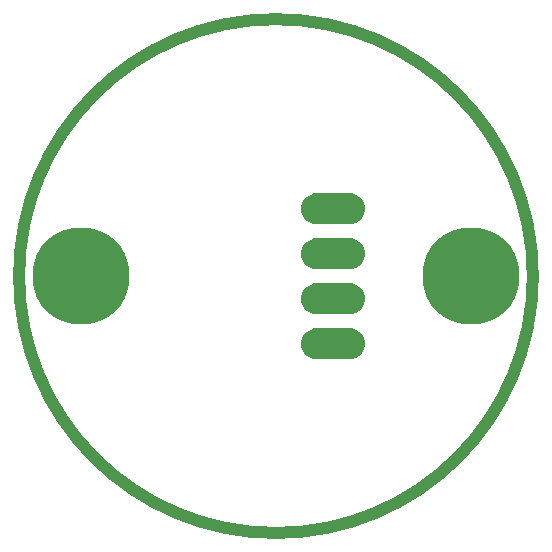
<source format=gbs>
G04*
G04 #@! TF.GenerationSoftware,Altium Limited,Altium Designer,20.1.8 (145)*
G04*
G04 Layer_Color=16711935*
%FSTAX43Y43*%
%MOMM*%
G71*
G04*
G04 #@! TF.SameCoordinates,88960992-D08D-4769-B98E-263BF66CF6E9*
G04*
G04*
G04 #@! TF.FilePolarity,Negative*
G04*
G01*
G75*
%ADD11C,2.404*%
%ADD12C,8.204*%
%ADD15C,1.000*%
G36*
X0101255Y006801D02*
X0101423D01*
X0101747Y0068097D01*
X0102037Y0068265D01*
X0102275Y0068502D01*
X0102443Y0068793D01*
X0102529Y0069117D01*
Y0069453D01*
X0102443Y0069777D01*
X0102275Y0070068D01*
X0102037Y0070305D01*
X0101747Y0070473D01*
X0101423Y007056D01*
X0101255D01*
D01*
X0098425D01*
X0098257D01*
X0097933Y0070473D01*
X0097642Y0070305D01*
X0097405Y0070068D01*
X0097237Y0069777D01*
X009715Y0069453D01*
Y0069117D01*
X0097237Y0068793D01*
X0097405Y0068502D01*
X0097642Y0068265D01*
X0097933Y0068097D01*
X0098257Y006801D01*
X0098425D01*
D01*
X0101255D01*
D02*
G37*
G36*
Y007182D02*
X0101423D01*
X0101747Y0071907D01*
X0102037Y0072075D01*
X0102275Y0072312D01*
X0102443Y0072603D01*
X0102529Y0072927D01*
Y0073263D01*
X0102443Y0073587D01*
X0102275Y0073878D01*
X0102037Y0074115D01*
X0101747Y0074283D01*
X0101423Y007437D01*
X0101255D01*
D01*
X0098425D01*
X0098257D01*
X0097933Y0074283D01*
X0097642Y0074115D01*
X0097405Y0073878D01*
X0097237Y0073587D01*
X009715Y0073263D01*
Y0072927D01*
X0097237Y0072603D01*
X0097405Y0072312D01*
X0097642Y0072075D01*
X0097933Y0071907D01*
X0098257Y007182D01*
X0098425D01*
D01*
X0101255D01*
D02*
G37*
G36*
Y007563D02*
X0101423D01*
X0101747Y0075717D01*
X0102037Y0075885D01*
X0102275Y0076122D01*
X0102443Y0076413D01*
X0102529Y0076737D01*
Y0077073D01*
X0102443Y0077397D01*
X0102275Y0077688D01*
X0102037Y0077925D01*
X0101747Y0078093D01*
X0101423Y007818D01*
X0101255D01*
D01*
X0098425D01*
X0098257D01*
X0097933Y0078093D01*
X0097642Y0077925D01*
X0097405Y0077688D01*
X0097237Y0077397D01*
X009715Y0077073D01*
Y0076737D01*
X0097237Y0076413D01*
X0097405Y0076122D01*
X0097642Y0075885D01*
X0097933Y0075717D01*
X0098257Y007563D01*
X0098425D01*
D01*
X0101255D01*
D02*
G37*
G36*
Y007944D02*
X0101423D01*
X0101747Y0079527D01*
X0102037Y0079695D01*
X0102275Y0079932D01*
X0102443Y0080223D01*
X0102529Y0080547D01*
Y0080883D01*
X0102443Y0081207D01*
X0102275Y0081498D01*
X0102037Y0081735D01*
X0101747Y0081903D01*
X0101423Y008199D01*
X0101255D01*
D01*
X0098425D01*
X0098257D01*
X0097933Y0081903D01*
X0097642Y0081735D01*
X0097405Y0081498D01*
X0097237Y0081207D01*
X009715Y0080883D01*
Y0080547D01*
X0097237Y0080223D01*
X0097405Y0079932D01*
X0097642Y0079695D01*
X0097933Y0079527D01*
X0098257Y007944D01*
X0098425D01*
D01*
X0101255D01*
D02*
G37*
D11*
X00984Y0080715D02*
D03*
Y0076905D02*
D03*
Y0073095D02*
D03*
Y0069285D02*
D03*
D12*
X01115Y0075D02*
D03*
X00785D02*
D03*
D15*
X011675D02*
G03*
X011675Y0075I-002175J0D01*
G01*
M02*

</source>
